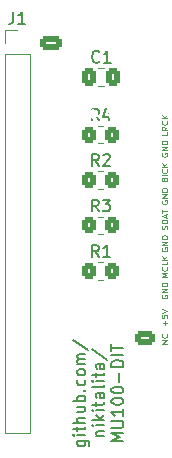
<source format=gbr>
G04 %TF.GenerationSoftware,KiCad,Pcbnew,(6.0.1)@% jlc*
G04 %TF.CreationDate,2022-07-06T22:23:35-07:00@% jlc*
G04 %TF.ProjectId,mu100-dit-connector-board,6d753130-302d-4646-9974-2d636f6e6e65,rev?@% jlc*
G04 %TF.SameCoordinates,PX4a615b8PY2b4db18@% jlc*
G04 %TF.FileFunction,Legend,Top@% jlc*
G04 %TF.FilePolarity,Positive@% jlc*
%FSLAX46Y46*%
G04 Gerber Fmt 4.6, Leading zero omitted, Abs format (unit mm)*
G04 Created by KiCad (PCBNEW (6.0.1)) date 2022-07-06 22:23:35*
%MOMM*%
%LPD*%
G01*
G04 APERTURE LIST*
G04 Aperture macros list*
%AMRoundRect*
0 Rectangle with rounded corners*
0 $1 Rounding radius*
0 $2 $3 $4 $5 $6 $7 $8 $9 X,Y pos of 4 corners*
0 Add a 4 corners polygon primitive as box body*
4,1,4,$2,$3,$4,$5,$6,$7,$8,$9,$2,$3,0*
0 Add four circle primitives for the rounded corners*
1,1,$1+$1,$2,$3*
1,1,$1+$1,$4,$5*
1,1,$1+$1,$6,$7*
1,1,$1+$1,$8,$9*
0 Add four rect primitives between the rounded corners*
20,1,$1+$1,$2,$3,$4,$5,0*
20,1,$1+$1,$4,$5,$6,$7,0*
20,1,$1+$1,$6,$7,$8,$9,0*
20,1,$1+$1,$8,$9,$2,$3,0*%
G04 Aperture macros list end*
%ADD10C,0.125000*%
%ADD11C,0.150000*%
%ADD12C,0.120000*%
%ADD13RoundRect,0.250000X-0.350000X-0.450000X0.350000X-0.450000X0.350000X0.450000X-0.350000X0.450000X0*%
%ADD14R,1.350000X1.350000*%
%ADD15O,1.350000X1.350000*%
%ADD16RoundRect,0.250000X-0.337500X-0.475000X0.337500X-0.475000X0.337500X0.475000X-0.337500X0.475000X0*%
%ADD17RoundRect,0.250000X0.625000X-0.350000X0.625000X0.350000X-0.625000X0.350000X-0.625000X-0.350000X0*%
%ADD18O,1.750000X1.200000*%
%ADD19RoundRect,0.250000X-0.650000X0.350000X-0.650000X-0.350000X0.650000X-0.350000X0.650000X0.350000X0*%
%ADD20O,1.800000X1.200000*%
%ADD21C,0.800000*%
G04 APERTURE END LIST*
D10*
X92511114Y-73173657D02*
X92511114Y-72792704D01*
X92701590Y-72983180D02*
X92320638Y-72983180D01*
X92201590Y-72316514D02*
X92201590Y-72554609D01*
X92439685Y-72578419D01*
X92415876Y-72554609D01*
X92392066Y-72506990D01*
X92392066Y-72387942D01*
X92415876Y-72340323D01*
X92439685Y-72316514D01*
X92487304Y-72292704D01*
X92606352Y-72292704D01*
X92653971Y-72316514D01*
X92677780Y-72340323D01*
X92701590Y-72387942D01*
X92701590Y-72506990D01*
X92677780Y-72554609D01*
X92653971Y-72578419D01*
X92201590Y-72149847D02*
X92701590Y-71983180D01*
X92201590Y-71816514D01*
D11*
X85064114Y-82938190D02*
X85873638Y-82938190D01*
X85968876Y-82985809D01*
X86016495Y-83033428D01*
X86064114Y-83128666D01*
X86064114Y-83271523D01*
X86016495Y-83366761D01*
X85683161Y-82938190D02*
X85730780Y-83033428D01*
X85730780Y-83223904D01*
X85683161Y-83319142D01*
X85635542Y-83366761D01*
X85540304Y-83414380D01*
X85254590Y-83414380D01*
X85159352Y-83366761D01*
X85111733Y-83319142D01*
X85064114Y-83223904D01*
X85064114Y-83033428D01*
X85111733Y-82938190D01*
X85730780Y-82462000D02*
X85064114Y-82462000D01*
X84730780Y-82462000D02*
X84778400Y-82509619D01*
X84826019Y-82462000D01*
X84778400Y-82414380D01*
X84730780Y-82462000D01*
X84826019Y-82462000D01*
X85064114Y-82128666D02*
X85064114Y-81747714D01*
X84730780Y-81985809D02*
X85587923Y-81985809D01*
X85683161Y-81938190D01*
X85730780Y-81842952D01*
X85730780Y-81747714D01*
X85730780Y-81414380D02*
X84730780Y-81414380D01*
X85730780Y-80985809D02*
X85206971Y-80985809D01*
X85111733Y-81033428D01*
X85064114Y-81128666D01*
X85064114Y-81271523D01*
X85111733Y-81366761D01*
X85159352Y-81414380D01*
X85064114Y-80081047D02*
X85730780Y-80081047D01*
X85064114Y-80509619D02*
X85587923Y-80509619D01*
X85683161Y-80462000D01*
X85730780Y-80366761D01*
X85730780Y-80223904D01*
X85683161Y-80128666D01*
X85635542Y-80081047D01*
X85730780Y-79604857D02*
X84730780Y-79604857D01*
X85111733Y-79604857D02*
X85064114Y-79509619D01*
X85064114Y-79319142D01*
X85111733Y-79223904D01*
X85159352Y-79176285D01*
X85254590Y-79128666D01*
X85540304Y-79128666D01*
X85635542Y-79176285D01*
X85683161Y-79223904D01*
X85730780Y-79319142D01*
X85730780Y-79509619D01*
X85683161Y-79604857D01*
X85635542Y-78700095D02*
X85683161Y-78652476D01*
X85730780Y-78700095D01*
X85683161Y-78747714D01*
X85635542Y-78700095D01*
X85730780Y-78700095D01*
X85683161Y-77795333D02*
X85730780Y-77890571D01*
X85730780Y-78081047D01*
X85683161Y-78176285D01*
X85635542Y-78223904D01*
X85540304Y-78271523D01*
X85254590Y-78271523D01*
X85159352Y-78223904D01*
X85111733Y-78176285D01*
X85064114Y-78081047D01*
X85064114Y-77890571D01*
X85111733Y-77795333D01*
X85730780Y-77223904D02*
X85683161Y-77319142D01*
X85635542Y-77366761D01*
X85540304Y-77414380D01*
X85254590Y-77414380D01*
X85159352Y-77366761D01*
X85111733Y-77319142D01*
X85064114Y-77223904D01*
X85064114Y-77081047D01*
X85111733Y-76985809D01*
X85159352Y-76938190D01*
X85254590Y-76890571D01*
X85540304Y-76890571D01*
X85635542Y-76938190D01*
X85683161Y-76985809D01*
X85730780Y-77081047D01*
X85730780Y-77223904D01*
X85730780Y-76462000D02*
X85064114Y-76462000D01*
X85159352Y-76462000D02*
X85111733Y-76414380D01*
X85064114Y-76319142D01*
X85064114Y-76176285D01*
X85111733Y-76081047D01*
X85206971Y-76033428D01*
X85730780Y-76033428D01*
X85206971Y-76033428D02*
X85111733Y-75985809D01*
X85064114Y-75890571D01*
X85064114Y-75747714D01*
X85111733Y-75652476D01*
X85206971Y-75604857D01*
X85730780Y-75604857D01*
X84683161Y-74414380D02*
X85968876Y-75271523D01*
X86674114Y-82557238D02*
X87340780Y-82557238D01*
X86769352Y-82557238D02*
X86721733Y-82509619D01*
X86674114Y-82414380D01*
X86674114Y-82271523D01*
X86721733Y-82176285D01*
X86816971Y-82128666D01*
X87340780Y-82128666D01*
X87340780Y-81652476D02*
X86674114Y-81652476D01*
X86340780Y-81652476D02*
X86388400Y-81700095D01*
X86436019Y-81652476D01*
X86388400Y-81604857D01*
X86340780Y-81652476D01*
X86436019Y-81652476D01*
X87340780Y-81176285D02*
X86340780Y-81176285D01*
X86959828Y-81081047D02*
X87340780Y-80795333D01*
X86674114Y-80795333D02*
X87055066Y-81176285D01*
X87340780Y-80366761D02*
X86674114Y-80366761D01*
X86340780Y-80366761D02*
X86388400Y-80414380D01*
X86436019Y-80366761D01*
X86388400Y-80319142D01*
X86340780Y-80366761D01*
X86436019Y-80366761D01*
X86674114Y-80033428D02*
X86674114Y-79652476D01*
X86340780Y-79890571D02*
X87197923Y-79890571D01*
X87293161Y-79842952D01*
X87340780Y-79747714D01*
X87340780Y-79652476D01*
X87340780Y-78890571D02*
X86816971Y-78890571D01*
X86721733Y-78938190D01*
X86674114Y-79033428D01*
X86674114Y-79223904D01*
X86721733Y-79319142D01*
X87293161Y-78890571D02*
X87340780Y-78985809D01*
X87340780Y-79223904D01*
X87293161Y-79319142D01*
X87197923Y-79366761D01*
X87102685Y-79366761D01*
X87007447Y-79319142D01*
X86959828Y-79223904D01*
X86959828Y-78985809D01*
X86912209Y-78890571D01*
X87340780Y-78271523D02*
X87293161Y-78366761D01*
X87197923Y-78414380D01*
X86340780Y-78414380D01*
X87340780Y-77890571D02*
X86674114Y-77890571D01*
X86340780Y-77890571D02*
X86388400Y-77938190D01*
X86436019Y-77890571D01*
X86388400Y-77842952D01*
X86340780Y-77890571D01*
X86436019Y-77890571D01*
X86674114Y-77557238D02*
X86674114Y-77176285D01*
X86340780Y-77414380D02*
X87197923Y-77414380D01*
X87293161Y-77366761D01*
X87340780Y-77271523D01*
X87340780Y-77176285D01*
X87340780Y-76414380D02*
X86816971Y-76414380D01*
X86721733Y-76462000D01*
X86674114Y-76557238D01*
X86674114Y-76747714D01*
X86721733Y-76842952D01*
X87293161Y-76414380D02*
X87340780Y-76509619D01*
X87340780Y-76747714D01*
X87293161Y-76842952D01*
X87197923Y-76890571D01*
X87102685Y-76890571D01*
X87007447Y-76842952D01*
X86959828Y-76747714D01*
X86959828Y-76509619D01*
X86912209Y-76414380D01*
X86293161Y-75223904D02*
X87578876Y-76081047D01*
X88950780Y-82985809D02*
X87950780Y-82985809D01*
X88665066Y-82652476D01*
X87950780Y-82319142D01*
X88950780Y-82319142D01*
X87950780Y-81842952D02*
X88760304Y-81842952D01*
X88855542Y-81795333D01*
X88903161Y-81747714D01*
X88950780Y-81652476D01*
X88950780Y-81462000D01*
X88903161Y-81366761D01*
X88855542Y-81319142D01*
X88760304Y-81271523D01*
X87950780Y-81271523D01*
X88950780Y-80271523D02*
X88950780Y-80842952D01*
X88950780Y-80557238D02*
X87950780Y-80557238D01*
X88093638Y-80652476D01*
X88188876Y-80747714D01*
X88236495Y-80842952D01*
X87950780Y-79652476D02*
X87950780Y-79557238D01*
X87998400Y-79462000D01*
X88046019Y-79414380D01*
X88141257Y-79366761D01*
X88331733Y-79319142D01*
X88569828Y-79319142D01*
X88760304Y-79366761D01*
X88855542Y-79414380D01*
X88903161Y-79462000D01*
X88950780Y-79557238D01*
X88950780Y-79652476D01*
X88903161Y-79747714D01*
X88855542Y-79795333D01*
X88760304Y-79842952D01*
X88569828Y-79890571D01*
X88331733Y-79890571D01*
X88141257Y-79842952D01*
X88046019Y-79795333D01*
X87998400Y-79747714D01*
X87950780Y-79652476D01*
X87950780Y-78700095D02*
X87950780Y-78604857D01*
X87998400Y-78509619D01*
X88046019Y-78462000D01*
X88141257Y-78414380D01*
X88331733Y-78366761D01*
X88569828Y-78366761D01*
X88760304Y-78414380D01*
X88855542Y-78462000D01*
X88903161Y-78509619D01*
X88950780Y-78604857D01*
X88950780Y-78700095D01*
X88903161Y-78795333D01*
X88855542Y-78842952D01*
X88760304Y-78890571D01*
X88569828Y-78938190D01*
X88331733Y-78938190D01*
X88141257Y-78890571D01*
X88046019Y-78842952D01*
X87998400Y-78795333D01*
X87950780Y-78700095D01*
X88569828Y-77938190D02*
X88569828Y-77176285D01*
X88950780Y-76700095D02*
X87950780Y-76700095D01*
X87950780Y-76462000D01*
X87998400Y-76319142D01*
X88093638Y-76223904D01*
X88188876Y-76176285D01*
X88379352Y-76128666D01*
X88522209Y-76128666D01*
X88712685Y-76176285D01*
X88807923Y-76223904D01*
X88903161Y-76319142D01*
X88950780Y-76462000D01*
X88950780Y-76700095D01*
X88950780Y-75700095D02*
X87950780Y-75700095D01*
X87950780Y-75366761D02*
X87950780Y-74795333D01*
X88950780Y-75081047D02*
X87950780Y-75081047D01*
D10*
X92225400Y-70611752D02*
X92201590Y-70659371D01*
X92201590Y-70730800D01*
X92225400Y-70802228D01*
X92273019Y-70849847D01*
X92320638Y-70873657D01*
X92415876Y-70897466D01*
X92487304Y-70897466D01*
X92582542Y-70873657D01*
X92630161Y-70849847D01*
X92677780Y-70802228D01*
X92701590Y-70730800D01*
X92701590Y-70683180D01*
X92677780Y-70611752D01*
X92653971Y-70587942D01*
X92487304Y-70587942D01*
X92487304Y-70683180D01*
X92701590Y-70373657D02*
X92201590Y-70373657D01*
X92701590Y-70087942D01*
X92201590Y-70087942D01*
X92701590Y-69849847D02*
X92201590Y-69849847D01*
X92201590Y-69730800D01*
X92225400Y-69659371D01*
X92273019Y-69611752D01*
X92320638Y-69587942D01*
X92415876Y-69564133D01*
X92487304Y-69564133D01*
X92582542Y-69587942D01*
X92630161Y-69611752D01*
X92677780Y-69659371D01*
X92701590Y-69730800D01*
X92701590Y-69849847D01*
X92225400Y-58611752D02*
X92201590Y-58659371D01*
X92201590Y-58730800D01*
X92225400Y-58802228D01*
X92273019Y-58849847D01*
X92320638Y-58873657D01*
X92415876Y-58897466D01*
X92487304Y-58897466D01*
X92582542Y-58873657D01*
X92630161Y-58849847D01*
X92677780Y-58802228D01*
X92701590Y-58730800D01*
X92701590Y-58683180D01*
X92677780Y-58611752D01*
X92653971Y-58587942D01*
X92487304Y-58587942D01*
X92487304Y-58683180D01*
X92701590Y-58373657D02*
X92201590Y-58373657D01*
X92701590Y-58087942D01*
X92201590Y-58087942D01*
X92701590Y-57849847D02*
X92201590Y-57849847D01*
X92201590Y-57730800D01*
X92225400Y-57659371D01*
X92273019Y-57611752D01*
X92320638Y-57587942D01*
X92415876Y-57564133D01*
X92487304Y-57564133D01*
X92582542Y-57587942D01*
X92630161Y-57611752D01*
X92677780Y-57659371D01*
X92701590Y-57730800D01*
X92701590Y-57849847D01*
X92701590Y-56826038D02*
X92701590Y-57064133D01*
X92201590Y-57064133D01*
X92701590Y-56373657D02*
X92463495Y-56540323D01*
X92701590Y-56659371D02*
X92201590Y-56659371D01*
X92201590Y-56468895D01*
X92225400Y-56421276D01*
X92249209Y-56397466D01*
X92296828Y-56373657D01*
X92368257Y-56373657D01*
X92415876Y-56397466D01*
X92439685Y-56421276D01*
X92463495Y-56468895D01*
X92463495Y-56659371D01*
X92653971Y-55873657D02*
X92677780Y-55897466D01*
X92701590Y-55968895D01*
X92701590Y-56016514D01*
X92677780Y-56087942D01*
X92630161Y-56135561D01*
X92582542Y-56159371D01*
X92487304Y-56183180D01*
X92415876Y-56183180D01*
X92320638Y-56159371D01*
X92273019Y-56135561D01*
X92225400Y-56087942D01*
X92201590Y-56016514D01*
X92201590Y-55968895D01*
X92225400Y-55897466D01*
X92249209Y-55873657D01*
X92701590Y-55659371D02*
X92201590Y-55659371D01*
X92701590Y-55373657D02*
X92415876Y-55587942D01*
X92201590Y-55373657D02*
X92487304Y-55659371D01*
X92225400Y-62611752D02*
X92201590Y-62659371D01*
X92201590Y-62730800D01*
X92225400Y-62802228D01*
X92273019Y-62849847D01*
X92320638Y-62873657D01*
X92415876Y-62897466D01*
X92487304Y-62897466D01*
X92582542Y-62873657D01*
X92630161Y-62849847D01*
X92677780Y-62802228D01*
X92701590Y-62730800D01*
X92701590Y-62683180D01*
X92677780Y-62611752D01*
X92653971Y-62587942D01*
X92487304Y-62587942D01*
X92487304Y-62683180D01*
X92701590Y-62373657D02*
X92201590Y-62373657D01*
X92701590Y-62087942D01*
X92201590Y-62087942D01*
X92701590Y-61849847D02*
X92201590Y-61849847D01*
X92201590Y-61730800D01*
X92225400Y-61659371D01*
X92273019Y-61611752D01*
X92320638Y-61587942D01*
X92415876Y-61564133D01*
X92487304Y-61564133D01*
X92582542Y-61587942D01*
X92630161Y-61611752D01*
X92677780Y-61659371D01*
X92701590Y-61730800D01*
X92701590Y-61849847D01*
X92701590Y-69099847D02*
X92201590Y-69099847D01*
X92558733Y-68933180D01*
X92201590Y-68766514D01*
X92701590Y-68766514D01*
X92653971Y-68242704D02*
X92677780Y-68266514D01*
X92701590Y-68337942D01*
X92701590Y-68385561D01*
X92677780Y-68456990D01*
X92630161Y-68504609D01*
X92582542Y-68528419D01*
X92487304Y-68552228D01*
X92415876Y-68552228D01*
X92320638Y-68528419D01*
X92273019Y-68504609D01*
X92225400Y-68456990D01*
X92201590Y-68385561D01*
X92201590Y-68337942D01*
X92225400Y-68266514D01*
X92249209Y-68242704D01*
X92701590Y-67790323D02*
X92701590Y-68028419D01*
X92201590Y-68028419D01*
X92701590Y-67623657D02*
X92201590Y-67623657D01*
X92701590Y-67337942D02*
X92415876Y-67552228D01*
X92201590Y-67337942D02*
X92487304Y-67623657D01*
X92677780Y-65028419D02*
X92701590Y-64956990D01*
X92701590Y-64837942D01*
X92677780Y-64790323D01*
X92653971Y-64766514D01*
X92606352Y-64742704D01*
X92558733Y-64742704D01*
X92511114Y-64766514D01*
X92487304Y-64790323D01*
X92463495Y-64837942D01*
X92439685Y-64933180D01*
X92415876Y-64980800D01*
X92392066Y-65004609D01*
X92344447Y-65028419D01*
X92296828Y-65028419D01*
X92249209Y-65004609D01*
X92225400Y-64980800D01*
X92201590Y-64933180D01*
X92201590Y-64814133D01*
X92225400Y-64742704D01*
X92701590Y-64528419D02*
X92201590Y-64528419D01*
X92201590Y-64409371D01*
X92225400Y-64337942D01*
X92273019Y-64290323D01*
X92320638Y-64266514D01*
X92415876Y-64242704D01*
X92487304Y-64242704D01*
X92582542Y-64266514D01*
X92630161Y-64290323D01*
X92677780Y-64337942D01*
X92701590Y-64409371D01*
X92701590Y-64528419D01*
X92558733Y-64052228D02*
X92558733Y-63814133D01*
X92701590Y-64099847D02*
X92201590Y-63933180D01*
X92701590Y-63766514D01*
X92201590Y-63671276D02*
X92201590Y-63385561D01*
X92701590Y-63528419D02*
X92201590Y-63528419D01*
X92225400Y-66611752D02*
X92201590Y-66659371D01*
X92201590Y-66730800D01*
X92225400Y-66802228D01*
X92273019Y-66849847D01*
X92320638Y-66873657D01*
X92415876Y-66897466D01*
X92487304Y-66897466D01*
X92582542Y-66873657D01*
X92630161Y-66849847D01*
X92677780Y-66802228D01*
X92701590Y-66730800D01*
X92701590Y-66683180D01*
X92677780Y-66611752D01*
X92653971Y-66587942D01*
X92487304Y-66587942D01*
X92487304Y-66683180D01*
X92701590Y-66373657D02*
X92201590Y-66373657D01*
X92701590Y-66087942D01*
X92201590Y-66087942D01*
X92701590Y-65849847D02*
X92201590Y-65849847D01*
X92201590Y-65730800D01*
X92225400Y-65659371D01*
X92273019Y-65611752D01*
X92320638Y-65587942D01*
X92415876Y-65564133D01*
X92487304Y-65564133D01*
X92582542Y-65587942D01*
X92630161Y-65611752D01*
X92677780Y-65659371D01*
X92701590Y-65730800D01*
X92701590Y-65849847D01*
X92701590Y-74723657D02*
X92201590Y-74723657D01*
X92701590Y-74437942D01*
X92201590Y-74437942D01*
X92653971Y-73914133D02*
X92677780Y-73937942D01*
X92701590Y-74009371D01*
X92701590Y-74056990D01*
X92677780Y-74128419D01*
X92630161Y-74176038D01*
X92582542Y-74199847D01*
X92487304Y-74223657D01*
X92415876Y-74223657D01*
X92320638Y-74199847D01*
X92273019Y-74176038D01*
X92225400Y-74128419D01*
X92201590Y-74056990D01*
X92201590Y-74009371D01*
X92225400Y-73937942D01*
X92249209Y-73914133D01*
X92439685Y-60814133D02*
X92463495Y-60742704D01*
X92487304Y-60718895D01*
X92534923Y-60695085D01*
X92606352Y-60695085D01*
X92653971Y-60718895D01*
X92677780Y-60742704D01*
X92701590Y-60790323D01*
X92701590Y-60980800D01*
X92201590Y-60980800D01*
X92201590Y-60814133D01*
X92225400Y-60766514D01*
X92249209Y-60742704D01*
X92296828Y-60718895D01*
X92344447Y-60718895D01*
X92392066Y-60742704D01*
X92415876Y-60766514D01*
X92439685Y-60814133D01*
X92439685Y-60980800D01*
X92701590Y-60480800D02*
X92201590Y-60480800D01*
X92653971Y-59956990D02*
X92677780Y-59980800D01*
X92701590Y-60052228D01*
X92701590Y-60099847D01*
X92677780Y-60171276D01*
X92630161Y-60218895D01*
X92582542Y-60242704D01*
X92487304Y-60266514D01*
X92415876Y-60266514D01*
X92320638Y-60242704D01*
X92273019Y-60218895D01*
X92225400Y-60171276D01*
X92201590Y-60099847D01*
X92201590Y-60052228D01*
X92225400Y-59980800D01*
X92249209Y-59956990D01*
X92701590Y-59742704D02*
X92201590Y-59742704D01*
X92701590Y-59456990D02*
X92415876Y-59671276D01*
X92201590Y-59456990D02*
X92487304Y-59742704D01*
D11*
G04 %TO.C,R1@% jlc*
X86875733Y-67374380D02*
X86542400Y-66898190D01*
X86304304Y-67374380D02*
X86304304Y-66374380D01*
X86685257Y-66374380D01*
X86780495Y-66422000D01*
X86828114Y-66469619D01*
X86875733Y-66564857D01*
X86875733Y-66707714D01*
X86828114Y-66802952D01*
X86780495Y-66850571D01*
X86685257Y-66898190D01*
X86304304Y-66898190D01*
X87828114Y-67374380D02*
X87256685Y-67374380D01*
X87542400Y-67374380D02*
X87542400Y-66374380D01*
X87447161Y-66517238D01*
X87351923Y-66612476D01*
X87256685Y-66660095D01*
G04 %TO.C,J1@% jlc*
X79655066Y-46634380D02*
X79655066Y-47348666D01*
X79607447Y-47491523D01*
X79512209Y-47586761D01*
X79369352Y-47634380D01*
X79274114Y-47634380D01*
X80655066Y-47634380D02*
X80083638Y-47634380D01*
X80369352Y-47634380D02*
X80369352Y-46634380D01*
X80274114Y-46777238D01*
X80178876Y-46872476D01*
X80083638Y-46920095D01*
G04 %TO.C,R3@% jlc*
X86875733Y-63527712D02*
X86542400Y-63051522D01*
X86304304Y-63527712D02*
X86304304Y-62527712D01*
X86685257Y-62527712D01*
X86780495Y-62575332D01*
X86828114Y-62622951D01*
X86875733Y-62718189D01*
X86875733Y-62861046D01*
X86828114Y-62956284D01*
X86780495Y-63003903D01*
X86685257Y-63051522D01*
X86304304Y-63051522D01*
X87209066Y-62527712D02*
X87828114Y-62527712D01*
X87494780Y-62908665D01*
X87637638Y-62908665D01*
X87732876Y-62956284D01*
X87780495Y-63003903D01*
X87828114Y-63099141D01*
X87828114Y-63337236D01*
X87780495Y-63432474D01*
X87732876Y-63480093D01*
X87637638Y-63527712D01*
X87351923Y-63527712D01*
X87256685Y-63480093D01*
X87209066Y-63432474D01*
G04 %TO.C,C1@% jlc*
X86925733Y-50839942D02*
X86878114Y-50887561D01*
X86735257Y-50935180D01*
X86640019Y-50935180D01*
X86497161Y-50887561D01*
X86401923Y-50792323D01*
X86354304Y-50697085D01*
X86306685Y-50506609D01*
X86306685Y-50363752D01*
X86354304Y-50173276D01*
X86401923Y-50078038D01*
X86497161Y-49982800D01*
X86640019Y-49935180D01*
X86735257Y-49935180D01*
X86878114Y-49982800D01*
X86925733Y-50030419D01*
X87878114Y-50935180D02*
X87306685Y-50935180D01*
X87592400Y-50935180D02*
X87592400Y-49935180D01*
X87497161Y-50078038D01*
X87401923Y-50173276D01*
X87306685Y-50220895D01*
G04 %TO.C,R2@% jlc*
X86875733Y-59681046D02*
X86542400Y-59204856D01*
X86304304Y-59681046D02*
X86304304Y-58681046D01*
X86685257Y-58681046D01*
X86780495Y-58728666D01*
X86828114Y-58776285D01*
X86875733Y-58871523D01*
X86875733Y-59014380D01*
X86828114Y-59109618D01*
X86780495Y-59157237D01*
X86685257Y-59204856D01*
X86304304Y-59204856D01*
X87256685Y-58776285D02*
X87304304Y-58728666D01*
X87399542Y-58681046D01*
X87637638Y-58681046D01*
X87732876Y-58728666D01*
X87780495Y-58776285D01*
X87828114Y-58871523D01*
X87828114Y-58966761D01*
X87780495Y-59109618D01*
X87209066Y-59681046D01*
X87828114Y-59681046D01*
G04 %TO.C,R4@% jlc*
X86875733Y-55834380D02*
X86542400Y-55358190D01*
X86304304Y-55834380D02*
X86304304Y-54834380D01*
X86685257Y-54834380D01*
X86780495Y-54882000D01*
X86828114Y-54929619D01*
X86875733Y-55024857D01*
X86875733Y-55167714D01*
X86828114Y-55262952D01*
X86780495Y-55310571D01*
X86685257Y-55358190D01*
X86304304Y-55358190D01*
X87732876Y-55167714D02*
X87732876Y-55834380D01*
X87494780Y-54786761D02*
X87256685Y-55501047D01*
X87875733Y-55501047D01*
D12*
G04 %TO.C,R1@% jlc*
X86815336Y-69307000D02*
X87269464Y-69307000D01*
X86815336Y-67837000D02*
X87269464Y-67837000D01*
G04 %TO.C,J1@% jlc*
X81048400Y-50242000D02*
X81048400Y-82302000D01*
X78928400Y-49242000D02*
X78928400Y-48182000D01*
X78928400Y-50242000D02*
X78928400Y-82302000D01*
X78928400Y-82302000D02*
X81048400Y-82302000D01*
X78928400Y-48182000D02*
X79988400Y-48182000D01*
X78928400Y-50242000D02*
X81048400Y-50242000D01*
G04 %TO.C,R3@% jlc*
X86815336Y-65460332D02*
X87269464Y-65460332D01*
X86815336Y-63990332D02*
X87269464Y-63990332D01*
G04 %TO.C,C1@% jlc*
X86831148Y-51427800D02*
X87353652Y-51427800D01*
X86831148Y-52897800D02*
X87353652Y-52897800D01*
G04 %TO.C,R2@% jlc*
X86815336Y-60143666D02*
X87269464Y-60143666D01*
X86815336Y-61613666D02*
X87269464Y-61613666D01*
G04 %TO.C,R4@% jlc*
X86815336Y-56297000D02*
X87269464Y-56297000D01*
X86815336Y-57767000D02*
X87269464Y-57767000D01*
G04 %TD@% jlc*
%LPC*%
D13*
G04 %TO.C,R1@% jlc*
X86042400Y-68572000D03*
X88042400Y-68572000D03*
G04 %TD@% jlc*
D14*
G04 %TO.C,J1@% jlc*
X79988400Y-49242000D03*
D15*
X79988400Y-51242000D03*
X79988400Y-53242000D03*
X79988400Y-55242000D03*
X79988400Y-57242000D03*
X79988400Y-59242000D03*
X79988400Y-61242000D03*
X79988400Y-63242000D03*
X79988400Y-65242000D03*
X79988400Y-67242000D03*
X79988400Y-69242000D03*
X79988400Y-71242000D03*
X79988400Y-73242000D03*
X79988400Y-75242000D03*
X79988400Y-77242000D03*
X79988400Y-79242000D03*
X79988400Y-81242000D03*
G04 %TD@% jlc*
D13*
G04 %TO.C,R3@% jlc*
X86042400Y-64725332D03*
X88042400Y-64725332D03*
G04 %TD@% jlc*
D16*
G04 %TO.C,C1@% jlc*
X86054900Y-52162800D03*
X88129900Y-52162800D03*
G04 %TD@% jlc*
D13*
G04 %TO.C,R2@% jlc*
X86042400Y-60878666D03*
X88042400Y-60878666D03*
G04 %TD@% jlc*
G04 %TO.C,R4@% jlc*
X86042400Y-57032000D03*
X88042400Y-57032000D03*
G04 %TD@% jlc*
D17*
G04 %TO.C,J3@% jlc*
X90808400Y-74232000D03*
D18*
X90808400Y-72232000D03*
X90808400Y-70232000D03*
X90808400Y-68232000D03*
X90808400Y-66232000D03*
X90808400Y-64232000D03*
X90808400Y-62232000D03*
X90808400Y-60232000D03*
X90808400Y-58232000D03*
X90808400Y-56232000D03*
G04 %TD@% jlc*
D19*
G04 %TO.C,J2@% jlc*
X82848400Y-49242000D03*
D20*
X82848400Y-51242000D03*
X82848400Y-53242000D03*
X82848400Y-55242000D03*
X82848400Y-57242000D03*
X82848400Y-59242000D03*
X82848400Y-61242000D03*
X82848400Y-63242000D03*
X82848400Y-65242000D03*
X82848400Y-67242000D03*
X82848400Y-69242000D03*
X82848400Y-71242000D03*
X82848400Y-73242000D03*
X82848400Y-75242000D03*
X82848400Y-77242000D03*
X82848400Y-79242000D03*
X82848400Y-81242000D03*
G04 %TD@% jlc*
D21*
X92088400Y-53722000D03*
X90058400Y-52932000D03*
X85028400Y-54802000D03*
X86388400Y-55292000D03*
X88068400Y-55352000D03*
X84756400Y-59071600D03*
X85213600Y-66310600D03*
M02*

</source>
